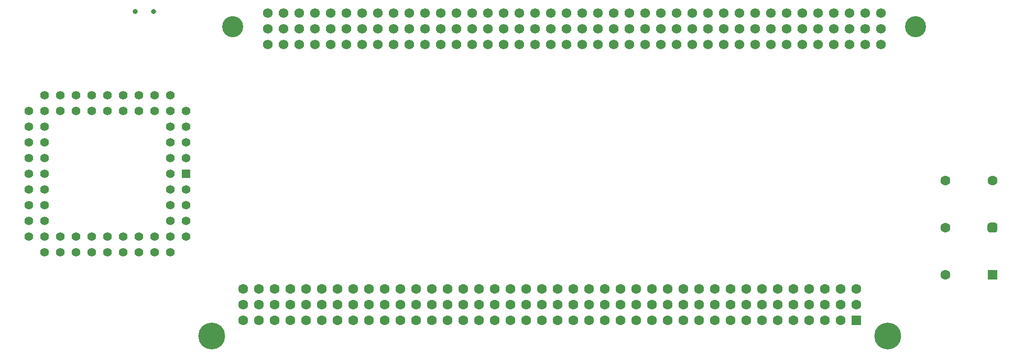
<source format=gbr>
%TF.GenerationSoftware,KiCad,Pcbnew,5.1.9+dfsg1-1~bpo10+1*%
%TF.CreationDate,2023-04-14T13:40:22+02:00*%
%TF.ProjectId,IIsiPDSAdapter,49497369-5044-4534-9164-61707465722e,rev?*%
%TF.SameCoordinates,Original*%
%TF.FileFunction,Soldermask,Bot*%
%TF.FilePolarity,Negative*%
%FSLAX46Y46*%
G04 Gerber Fmt 4.6, Leading zero omitted, Abs format (unit mm)*
G04 Created by KiCad (PCBNEW 5.1.9+dfsg1-1~bpo10+1) date 2023-04-14 13:40:22*
%MOMM*%
%LPD*%
G01*
G04 APERTURE LIST*
%ADD10C,0.800000*%
%ADD11C,1.600000*%
%ADD12R,1.600000X1.600000*%
%ADD13C,3.403600*%
%ADD14C,1.574800*%
%ADD15C,1.400000*%
%ADD16R,1.400000X1.400000*%
%ADD17C,4.335000*%
%ADD18C,1.605000*%
%ADD19R,1.605000X1.605000*%
G04 APERTURE END LIST*
D10*
%TO.C,S1*%
X83500000Y-100000000D03*
X86500000Y-100000000D03*
%TD*%
%TO.C,X1*%
G36*
G01*
X222400000Y-135800000D02*
X221600000Y-135800000D01*
G75*
G02*
X221200000Y-135400000I0J400000D01*
G01*
X221200000Y-134600000D01*
G75*
G02*
X221600000Y-134200000I400000J0D01*
G01*
X222400000Y-134200000D01*
G75*
G02*
X222800000Y-134600000I0J-400000D01*
G01*
X222800000Y-135400000D01*
G75*
G02*
X222400000Y-135800000I-400000J0D01*
G01*
G37*
D11*
X214380000Y-135000000D03*
X222000000Y-127380000D03*
X214380000Y-127380000D03*
X214380000Y-142620000D03*
D12*
X222000000Y-142620000D03*
%TD*%
D13*
%TO.C,J4*%
X209576100Y-102535200D03*
X99263900Y-102535200D03*
D14*
X104890000Y-105380000D03*
X107430000Y-105380000D03*
X109970000Y-105380000D03*
X112510000Y-105380000D03*
X115050000Y-105380000D03*
X117590000Y-105380000D03*
X120130000Y-105380000D03*
X122670000Y-105380000D03*
X125210000Y-105380000D03*
X127750000Y-105380000D03*
X130290000Y-105380000D03*
X132830000Y-105380000D03*
X135370000Y-105380000D03*
X137910000Y-105380000D03*
X140450000Y-105380000D03*
X142990000Y-105380000D03*
X145530000Y-105380000D03*
X148070000Y-105380000D03*
X150610000Y-105380000D03*
X153150000Y-105380000D03*
X155690000Y-105380000D03*
X158230000Y-105380000D03*
X160770000Y-105380000D03*
X163310000Y-105380000D03*
X165850000Y-105380000D03*
X168390000Y-105380000D03*
X170930000Y-105380000D03*
X173470000Y-105380000D03*
X176010000Y-105380000D03*
X178550000Y-105380000D03*
X181090000Y-105380000D03*
X183630000Y-105380000D03*
X186170000Y-105380000D03*
X188710000Y-105380000D03*
X191250000Y-105380000D03*
X193790000Y-105380000D03*
X196330000Y-105380000D03*
X198870000Y-105380000D03*
X201410000Y-105380000D03*
X203950000Y-105380000D03*
X104890000Y-102840000D03*
X107430000Y-102840000D03*
X109970000Y-102840000D03*
X112510000Y-102840000D03*
X115050000Y-102840000D03*
X117590000Y-102840000D03*
X120130000Y-102840000D03*
X122670000Y-102840000D03*
X125210000Y-102840000D03*
X127750000Y-102840000D03*
X130290000Y-102840000D03*
X132830000Y-102840000D03*
X135370000Y-102840000D03*
X137910000Y-102840000D03*
X140450000Y-102840000D03*
X142990000Y-102840000D03*
X145530000Y-102840000D03*
X148070000Y-102840000D03*
X150610000Y-102840000D03*
X153150000Y-102840000D03*
X155690000Y-102840000D03*
X158230000Y-102840000D03*
X160770000Y-102840000D03*
X163310000Y-102840000D03*
X165850000Y-102840000D03*
X168390000Y-102840000D03*
X170930000Y-102840000D03*
X173470000Y-102840000D03*
X176010000Y-102840000D03*
X178550000Y-102840000D03*
X181090000Y-102840000D03*
X183630000Y-102840000D03*
X186170000Y-102840000D03*
X188710000Y-102840000D03*
X191250000Y-102840000D03*
X193790000Y-102840000D03*
X196330000Y-102840000D03*
X198870000Y-102840000D03*
X201410000Y-102840000D03*
X203950000Y-102840000D03*
X104890000Y-100300000D03*
X107430000Y-100300000D03*
X109970000Y-100300000D03*
X112510000Y-100300000D03*
X115050000Y-100300000D03*
X117590000Y-100300000D03*
X120130000Y-100300000D03*
X122670000Y-100300000D03*
X125210000Y-100300000D03*
X127750000Y-100300000D03*
X130290000Y-100300000D03*
X132830000Y-100300000D03*
X135370000Y-100300000D03*
X137910000Y-100300000D03*
X140450000Y-100300000D03*
X142990000Y-100300000D03*
X145530000Y-100300000D03*
X148070000Y-100300000D03*
X150610000Y-100300000D03*
X153150000Y-100300000D03*
X155690000Y-100300000D03*
X158230000Y-100300000D03*
X160770000Y-100300000D03*
X163310000Y-100300000D03*
X165850000Y-100300000D03*
X168390000Y-100300000D03*
X170930000Y-100300000D03*
X173470000Y-100300000D03*
X176010000Y-100300000D03*
X178550000Y-100300000D03*
X181090000Y-100300000D03*
X183630000Y-100300000D03*
X186170000Y-100300000D03*
X188710000Y-100300000D03*
X191250000Y-100300000D03*
X193790000Y-100300000D03*
X196330000Y-100300000D03*
X198870000Y-100300000D03*
X201410000Y-100300000D03*
X203950000Y-100300000D03*
%TD*%
D15*
%TO.C,J2*%
X89160000Y-128790000D03*
X91700000Y-128790000D03*
X89160000Y-131330000D03*
X91700000Y-131330000D03*
X89160000Y-133870000D03*
X91700000Y-133870000D03*
X89160000Y-136410000D03*
X91700000Y-136410000D03*
X89160000Y-138950000D03*
X86620000Y-136410000D03*
X86620000Y-138950000D03*
X84080000Y-136410000D03*
X84080000Y-138950000D03*
X81540000Y-136410000D03*
X81540000Y-138950000D03*
X79000000Y-136410000D03*
X79000000Y-138950000D03*
X76460000Y-136410000D03*
X76460000Y-138950000D03*
X73920000Y-136410000D03*
X73920000Y-138950000D03*
X71380000Y-136410000D03*
X71380000Y-138950000D03*
X68840000Y-136410000D03*
X68840000Y-138950000D03*
X66300000Y-136410000D03*
X68840000Y-133870000D03*
X66300000Y-133870000D03*
X68840000Y-131330000D03*
X66300000Y-131330000D03*
X68840000Y-128790000D03*
X66300000Y-128790000D03*
X68840000Y-126250000D03*
X66300000Y-126250000D03*
X68840000Y-123710000D03*
X66300000Y-123710000D03*
X68840000Y-121170000D03*
X66300000Y-121170000D03*
X68840000Y-118630000D03*
X66300000Y-118630000D03*
X68840000Y-116090000D03*
X66300000Y-116090000D03*
X68840000Y-113550000D03*
X71380000Y-116090000D03*
X71380000Y-113550000D03*
X73920000Y-116090000D03*
X73920000Y-113550000D03*
X76460000Y-116090000D03*
X76460000Y-113550000D03*
X79000000Y-116090000D03*
X79000000Y-113550000D03*
X81540000Y-116090000D03*
X81540000Y-113550000D03*
X84080000Y-116090000D03*
X84080000Y-113550000D03*
X86620000Y-116090000D03*
X86620000Y-113550000D03*
X89160000Y-116090000D03*
X89160000Y-113550000D03*
X91700000Y-116090000D03*
X89160000Y-118630000D03*
X91700000Y-118630000D03*
X89160000Y-121170000D03*
X91700000Y-121170000D03*
X89160000Y-123710000D03*
X91700000Y-123710000D03*
X89160000Y-126250000D03*
D16*
X91700000Y-126250000D03*
%TD*%
D17*
%TO.C,J1*%
X95860000Y-152540000D03*
X205080000Y-152540000D03*
D18*
X100940000Y-144920000D03*
X103480000Y-144920000D03*
X106020000Y-144920000D03*
X108560000Y-144920000D03*
X111100000Y-144920000D03*
X113640000Y-144920000D03*
X116180000Y-144920000D03*
X118720000Y-144920000D03*
X121260000Y-144920000D03*
X123800000Y-144920000D03*
X126340000Y-144920000D03*
X128880000Y-144920000D03*
X131420000Y-144920000D03*
X133960000Y-144920000D03*
X136500000Y-144920000D03*
X139040000Y-144920000D03*
X141580000Y-144920000D03*
X144120000Y-144920000D03*
X146660000Y-144920000D03*
X149200000Y-144920000D03*
X151740000Y-144920000D03*
X154280000Y-144920000D03*
X156820000Y-144920000D03*
X159360000Y-144920000D03*
X161900000Y-144920000D03*
X164440000Y-144920000D03*
X166980000Y-144920000D03*
X169520000Y-144920000D03*
X172060000Y-144920000D03*
X174600000Y-144920000D03*
X177140000Y-144920000D03*
X179680000Y-144920000D03*
X182220000Y-144920000D03*
X184760000Y-144920000D03*
X187300000Y-144920000D03*
X189840000Y-144920000D03*
X192380000Y-144920000D03*
X194920000Y-144920000D03*
X197460000Y-144920000D03*
X200000000Y-144920000D03*
X100940000Y-147460000D03*
X103480000Y-147460000D03*
X106020000Y-147460000D03*
X108560000Y-147460000D03*
X111100000Y-147460000D03*
X113640000Y-147460000D03*
X116180000Y-147460000D03*
X118720000Y-147460000D03*
X121260000Y-147460000D03*
X123800000Y-147460000D03*
X126340000Y-147460000D03*
X128880000Y-147460000D03*
X131420000Y-147460000D03*
X133960000Y-147460000D03*
X136500000Y-147460000D03*
X139040000Y-147460000D03*
X141580000Y-147460000D03*
X144120000Y-147460000D03*
X146660000Y-147460000D03*
X149200000Y-147460000D03*
X151740000Y-147460000D03*
X154280000Y-147460000D03*
X156820000Y-147460000D03*
X159360000Y-147460000D03*
X161900000Y-147460000D03*
X164440000Y-147460000D03*
X166980000Y-147460000D03*
X169520000Y-147460000D03*
X172060000Y-147460000D03*
X174600000Y-147460000D03*
X177140000Y-147460000D03*
X179680000Y-147460000D03*
X182220000Y-147460000D03*
X184760000Y-147460000D03*
X187300000Y-147460000D03*
X189840000Y-147460000D03*
X192380000Y-147460000D03*
X194920000Y-147460000D03*
X197460000Y-147460000D03*
X200000000Y-147460000D03*
X100940000Y-150000000D03*
X103480000Y-150000000D03*
X106020000Y-150000000D03*
X108560000Y-150000000D03*
X111100000Y-150000000D03*
X113640000Y-150000000D03*
X116180000Y-150000000D03*
X118720000Y-150000000D03*
X121260000Y-150000000D03*
X123800000Y-150000000D03*
X126340000Y-150000000D03*
X128880000Y-150000000D03*
X131420000Y-150000000D03*
X133960000Y-150000000D03*
X136500000Y-150000000D03*
X139040000Y-150000000D03*
X141580000Y-150000000D03*
X144120000Y-150000000D03*
X146660000Y-150000000D03*
X149200000Y-150000000D03*
X151740000Y-150000000D03*
X154280000Y-150000000D03*
X156820000Y-150000000D03*
X159360000Y-150000000D03*
X161900000Y-150000000D03*
X164440000Y-150000000D03*
X166980000Y-150000000D03*
X169520000Y-150000000D03*
X172060000Y-150000000D03*
X174600000Y-150000000D03*
X177140000Y-150000000D03*
X179680000Y-150000000D03*
X182220000Y-150000000D03*
X184760000Y-150000000D03*
X187300000Y-150000000D03*
X189840000Y-150000000D03*
X192380000Y-150000000D03*
X194920000Y-150000000D03*
X197460000Y-150000000D03*
D19*
X200000000Y-150000000D03*
%TD*%
M02*

</source>
